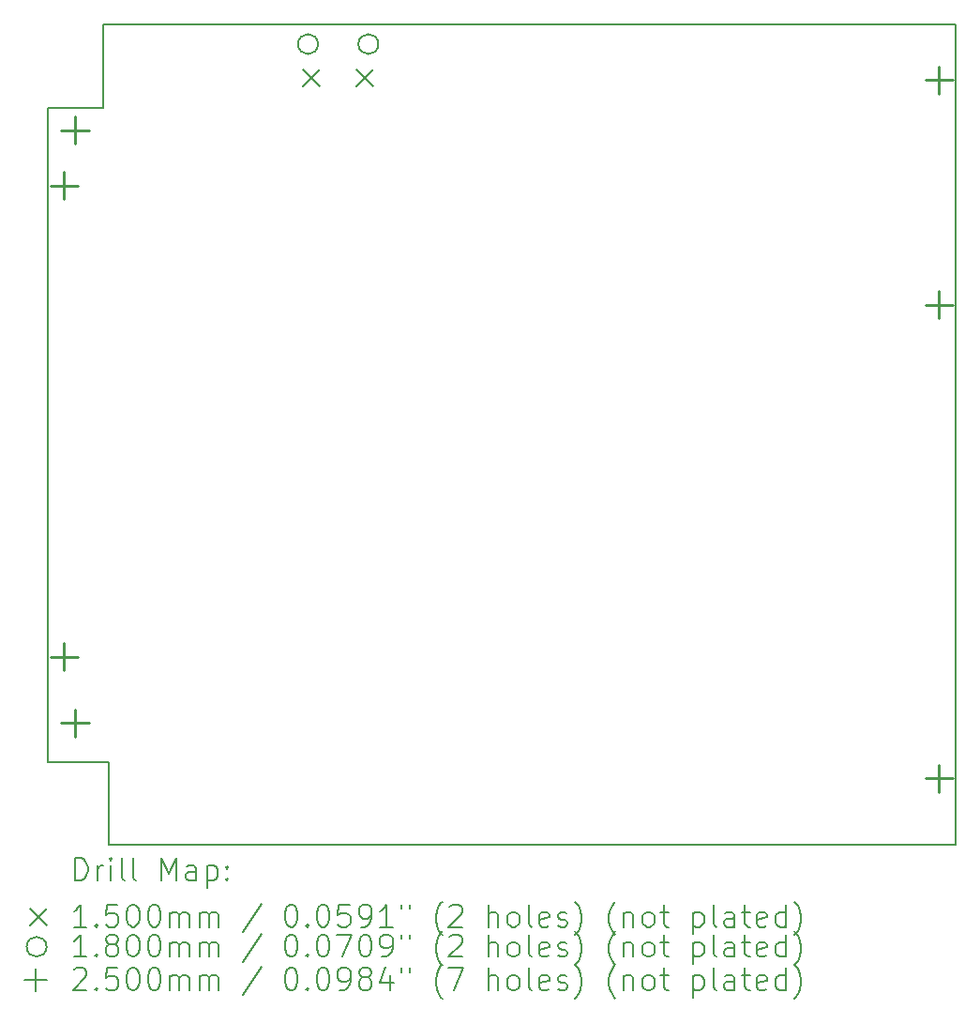
<source format=gbr>
%TF.GenerationSoftware,KiCad,Pcbnew,(6.0.7)*%
%TF.CreationDate,2023-01-31T21:08:54+00:00*%
%TF.ProjectId,dmf-5008-backpack,646d662d-3530-4303-982d-6261636b7061,rev?*%
%TF.SameCoordinates,Original*%
%TF.FileFunction,Drillmap*%
%TF.FilePolarity,Positive*%
%FSLAX45Y45*%
G04 Gerber Fmt 4.5, Leading zero omitted, Abs format (unit mm)*
G04 Created by KiCad (PCBNEW (6.0.7)) date 2023-01-31 21:08:54*
%MOMM*%
%LPD*%
G01*
G04 APERTURE LIST*
%ADD10C,0.150000*%
%ADD11C,0.200000*%
%ADD12C,0.180000*%
%ADD13C,0.250000*%
G04 APERTURE END LIST*
D10*
X10850000Y-12750000D02*
X10300000Y-12750000D01*
X18500000Y-6100000D02*
X18500000Y-13500000D01*
X10300000Y-6850000D02*
X10800000Y-6850000D01*
X10800000Y-6850000D02*
X10800000Y-6100000D01*
X10850000Y-13500000D02*
X10850000Y-12750000D01*
X10800000Y-6100000D02*
X18500000Y-6100000D01*
X18500000Y-13500000D02*
X10850000Y-13500000D01*
X10300000Y-12750000D02*
X10300000Y-6850000D01*
D11*
D10*
X12607500Y-6503000D02*
X12757500Y-6653000D01*
X12757500Y-6503000D02*
X12607500Y-6653000D01*
X13092500Y-6503000D02*
X13242500Y-6653000D01*
X13242500Y-6503000D02*
X13092500Y-6653000D01*
D12*
X12742500Y-6275000D02*
G75*
G03*
X12742500Y-6275000I-90000J0D01*
G01*
X13287500Y-6275000D02*
G75*
G03*
X13287500Y-6275000I-90000J0D01*
G01*
D13*
X10450000Y-7425000D02*
X10450000Y-7675000D01*
X10325000Y-7550000D02*
X10575000Y-7550000D01*
X10450000Y-11675000D02*
X10450000Y-11925000D01*
X10325000Y-11800000D02*
X10575000Y-11800000D01*
X10550000Y-6925000D02*
X10550000Y-7175000D01*
X10425000Y-7050000D02*
X10675000Y-7050000D01*
X10550000Y-12275000D02*
X10550000Y-12525000D01*
X10425000Y-12400000D02*
X10675000Y-12400000D01*
X18350000Y-6475000D02*
X18350000Y-6725000D01*
X18225000Y-6600000D02*
X18475000Y-6600000D01*
X18350000Y-8500000D02*
X18350000Y-8750000D01*
X18225000Y-8625000D02*
X18475000Y-8625000D01*
X18350000Y-12775000D02*
X18350000Y-13025000D01*
X18225000Y-12900000D02*
X18475000Y-12900000D01*
D11*
X10550119Y-13817976D02*
X10550119Y-13617976D01*
X10597738Y-13617976D01*
X10626310Y-13627500D01*
X10645357Y-13646548D01*
X10654881Y-13665595D01*
X10664405Y-13703690D01*
X10664405Y-13732262D01*
X10654881Y-13770357D01*
X10645357Y-13789405D01*
X10626310Y-13808452D01*
X10597738Y-13817976D01*
X10550119Y-13817976D01*
X10750119Y-13817976D02*
X10750119Y-13684643D01*
X10750119Y-13722738D02*
X10759643Y-13703690D01*
X10769167Y-13694167D01*
X10788214Y-13684643D01*
X10807262Y-13684643D01*
X10873929Y-13817976D02*
X10873929Y-13684643D01*
X10873929Y-13617976D02*
X10864405Y-13627500D01*
X10873929Y-13637024D01*
X10883452Y-13627500D01*
X10873929Y-13617976D01*
X10873929Y-13637024D01*
X10997738Y-13817976D02*
X10978690Y-13808452D01*
X10969167Y-13789405D01*
X10969167Y-13617976D01*
X11102500Y-13817976D02*
X11083452Y-13808452D01*
X11073929Y-13789405D01*
X11073929Y-13617976D01*
X11331071Y-13817976D02*
X11331071Y-13617976D01*
X11397738Y-13760833D01*
X11464405Y-13617976D01*
X11464405Y-13817976D01*
X11645357Y-13817976D02*
X11645357Y-13713214D01*
X11635833Y-13694167D01*
X11616786Y-13684643D01*
X11578690Y-13684643D01*
X11559643Y-13694167D01*
X11645357Y-13808452D02*
X11626309Y-13817976D01*
X11578690Y-13817976D01*
X11559643Y-13808452D01*
X11550119Y-13789405D01*
X11550119Y-13770357D01*
X11559643Y-13751309D01*
X11578690Y-13741786D01*
X11626309Y-13741786D01*
X11645357Y-13732262D01*
X11740595Y-13684643D02*
X11740595Y-13884643D01*
X11740595Y-13694167D02*
X11759643Y-13684643D01*
X11797738Y-13684643D01*
X11816786Y-13694167D01*
X11826309Y-13703690D01*
X11835833Y-13722738D01*
X11835833Y-13779881D01*
X11826309Y-13798928D01*
X11816786Y-13808452D01*
X11797738Y-13817976D01*
X11759643Y-13817976D01*
X11740595Y-13808452D01*
X11921548Y-13798928D02*
X11931071Y-13808452D01*
X11921548Y-13817976D01*
X11912024Y-13808452D01*
X11921548Y-13798928D01*
X11921548Y-13817976D01*
X11921548Y-13694167D02*
X11931071Y-13703690D01*
X11921548Y-13713214D01*
X11912024Y-13703690D01*
X11921548Y-13694167D01*
X11921548Y-13713214D01*
D10*
X10142500Y-14072500D02*
X10292500Y-14222500D01*
X10292500Y-14072500D02*
X10142500Y-14222500D01*
D11*
X10654881Y-14237976D02*
X10540595Y-14237976D01*
X10597738Y-14237976D02*
X10597738Y-14037976D01*
X10578690Y-14066548D01*
X10559643Y-14085595D01*
X10540595Y-14095119D01*
X10740595Y-14218928D02*
X10750119Y-14228452D01*
X10740595Y-14237976D01*
X10731071Y-14228452D01*
X10740595Y-14218928D01*
X10740595Y-14237976D01*
X10931071Y-14037976D02*
X10835833Y-14037976D01*
X10826310Y-14133214D01*
X10835833Y-14123690D01*
X10854881Y-14114167D01*
X10902500Y-14114167D01*
X10921548Y-14123690D01*
X10931071Y-14133214D01*
X10940595Y-14152262D01*
X10940595Y-14199881D01*
X10931071Y-14218928D01*
X10921548Y-14228452D01*
X10902500Y-14237976D01*
X10854881Y-14237976D01*
X10835833Y-14228452D01*
X10826310Y-14218928D01*
X11064405Y-14037976D02*
X11083452Y-14037976D01*
X11102500Y-14047500D01*
X11112024Y-14057024D01*
X11121548Y-14076071D01*
X11131071Y-14114167D01*
X11131071Y-14161786D01*
X11121548Y-14199881D01*
X11112024Y-14218928D01*
X11102500Y-14228452D01*
X11083452Y-14237976D01*
X11064405Y-14237976D01*
X11045357Y-14228452D01*
X11035833Y-14218928D01*
X11026310Y-14199881D01*
X11016786Y-14161786D01*
X11016786Y-14114167D01*
X11026310Y-14076071D01*
X11035833Y-14057024D01*
X11045357Y-14047500D01*
X11064405Y-14037976D01*
X11254881Y-14037976D02*
X11273928Y-14037976D01*
X11292976Y-14047500D01*
X11302500Y-14057024D01*
X11312024Y-14076071D01*
X11321548Y-14114167D01*
X11321548Y-14161786D01*
X11312024Y-14199881D01*
X11302500Y-14218928D01*
X11292976Y-14228452D01*
X11273928Y-14237976D01*
X11254881Y-14237976D01*
X11235833Y-14228452D01*
X11226309Y-14218928D01*
X11216786Y-14199881D01*
X11207262Y-14161786D01*
X11207262Y-14114167D01*
X11216786Y-14076071D01*
X11226309Y-14057024D01*
X11235833Y-14047500D01*
X11254881Y-14037976D01*
X11407262Y-14237976D02*
X11407262Y-14104643D01*
X11407262Y-14123690D02*
X11416786Y-14114167D01*
X11435833Y-14104643D01*
X11464405Y-14104643D01*
X11483452Y-14114167D01*
X11492976Y-14133214D01*
X11492976Y-14237976D01*
X11492976Y-14133214D02*
X11502500Y-14114167D01*
X11521548Y-14104643D01*
X11550119Y-14104643D01*
X11569167Y-14114167D01*
X11578690Y-14133214D01*
X11578690Y-14237976D01*
X11673928Y-14237976D02*
X11673928Y-14104643D01*
X11673928Y-14123690D02*
X11683452Y-14114167D01*
X11702500Y-14104643D01*
X11731071Y-14104643D01*
X11750119Y-14114167D01*
X11759643Y-14133214D01*
X11759643Y-14237976D01*
X11759643Y-14133214D02*
X11769167Y-14114167D01*
X11788214Y-14104643D01*
X11816786Y-14104643D01*
X11835833Y-14114167D01*
X11845357Y-14133214D01*
X11845357Y-14237976D01*
X12235833Y-14028452D02*
X12064405Y-14285595D01*
X12492976Y-14037976D02*
X12512024Y-14037976D01*
X12531071Y-14047500D01*
X12540595Y-14057024D01*
X12550119Y-14076071D01*
X12559643Y-14114167D01*
X12559643Y-14161786D01*
X12550119Y-14199881D01*
X12540595Y-14218928D01*
X12531071Y-14228452D01*
X12512024Y-14237976D01*
X12492976Y-14237976D01*
X12473928Y-14228452D01*
X12464405Y-14218928D01*
X12454881Y-14199881D01*
X12445357Y-14161786D01*
X12445357Y-14114167D01*
X12454881Y-14076071D01*
X12464405Y-14057024D01*
X12473928Y-14047500D01*
X12492976Y-14037976D01*
X12645357Y-14218928D02*
X12654881Y-14228452D01*
X12645357Y-14237976D01*
X12635833Y-14228452D01*
X12645357Y-14218928D01*
X12645357Y-14237976D01*
X12778690Y-14037976D02*
X12797738Y-14037976D01*
X12816786Y-14047500D01*
X12826309Y-14057024D01*
X12835833Y-14076071D01*
X12845357Y-14114167D01*
X12845357Y-14161786D01*
X12835833Y-14199881D01*
X12826309Y-14218928D01*
X12816786Y-14228452D01*
X12797738Y-14237976D01*
X12778690Y-14237976D01*
X12759643Y-14228452D01*
X12750119Y-14218928D01*
X12740595Y-14199881D01*
X12731071Y-14161786D01*
X12731071Y-14114167D01*
X12740595Y-14076071D01*
X12750119Y-14057024D01*
X12759643Y-14047500D01*
X12778690Y-14037976D01*
X13026309Y-14037976D02*
X12931071Y-14037976D01*
X12921548Y-14133214D01*
X12931071Y-14123690D01*
X12950119Y-14114167D01*
X12997738Y-14114167D01*
X13016786Y-14123690D01*
X13026309Y-14133214D01*
X13035833Y-14152262D01*
X13035833Y-14199881D01*
X13026309Y-14218928D01*
X13016786Y-14228452D01*
X12997738Y-14237976D01*
X12950119Y-14237976D01*
X12931071Y-14228452D01*
X12921548Y-14218928D01*
X13131071Y-14237976D02*
X13169167Y-14237976D01*
X13188214Y-14228452D01*
X13197738Y-14218928D01*
X13216786Y-14190357D01*
X13226309Y-14152262D01*
X13226309Y-14076071D01*
X13216786Y-14057024D01*
X13207262Y-14047500D01*
X13188214Y-14037976D01*
X13150119Y-14037976D01*
X13131071Y-14047500D01*
X13121548Y-14057024D01*
X13112024Y-14076071D01*
X13112024Y-14123690D01*
X13121548Y-14142738D01*
X13131071Y-14152262D01*
X13150119Y-14161786D01*
X13188214Y-14161786D01*
X13207262Y-14152262D01*
X13216786Y-14142738D01*
X13226309Y-14123690D01*
X13416786Y-14237976D02*
X13302500Y-14237976D01*
X13359643Y-14237976D02*
X13359643Y-14037976D01*
X13340595Y-14066548D01*
X13321548Y-14085595D01*
X13302500Y-14095119D01*
X13492976Y-14037976D02*
X13492976Y-14076071D01*
X13569167Y-14037976D02*
X13569167Y-14076071D01*
X13864405Y-14314167D02*
X13854881Y-14304643D01*
X13835833Y-14276071D01*
X13826309Y-14257024D01*
X13816786Y-14228452D01*
X13807262Y-14180833D01*
X13807262Y-14142738D01*
X13816786Y-14095119D01*
X13826309Y-14066548D01*
X13835833Y-14047500D01*
X13854881Y-14018928D01*
X13864405Y-14009405D01*
X13931071Y-14057024D02*
X13940595Y-14047500D01*
X13959643Y-14037976D01*
X14007262Y-14037976D01*
X14026309Y-14047500D01*
X14035833Y-14057024D01*
X14045357Y-14076071D01*
X14045357Y-14095119D01*
X14035833Y-14123690D01*
X13921548Y-14237976D01*
X14045357Y-14237976D01*
X14283452Y-14237976D02*
X14283452Y-14037976D01*
X14369167Y-14237976D02*
X14369167Y-14133214D01*
X14359643Y-14114167D01*
X14340595Y-14104643D01*
X14312024Y-14104643D01*
X14292976Y-14114167D01*
X14283452Y-14123690D01*
X14492976Y-14237976D02*
X14473928Y-14228452D01*
X14464405Y-14218928D01*
X14454881Y-14199881D01*
X14454881Y-14142738D01*
X14464405Y-14123690D01*
X14473928Y-14114167D01*
X14492976Y-14104643D01*
X14521548Y-14104643D01*
X14540595Y-14114167D01*
X14550119Y-14123690D01*
X14559643Y-14142738D01*
X14559643Y-14199881D01*
X14550119Y-14218928D01*
X14540595Y-14228452D01*
X14521548Y-14237976D01*
X14492976Y-14237976D01*
X14673928Y-14237976D02*
X14654881Y-14228452D01*
X14645357Y-14209405D01*
X14645357Y-14037976D01*
X14826309Y-14228452D02*
X14807262Y-14237976D01*
X14769167Y-14237976D01*
X14750119Y-14228452D01*
X14740595Y-14209405D01*
X14740595Y-14133214D01*
X14750119Y-14114167D01*
X14769167Y-14104643D01*
X14807262Y-14104643D01*
X14826309Y-14114167D01*
X14835833Y-14133214D01*
X14835833Y-14152262D01*
X14740595Y-14171309D01*
X14912024Y-14228452D02*
X14931071Y-14237976D01*
X14969167Y-14237976D01*
X14988214Y-14228452D01*
X14997738Y-14209405D01*
X14997738Y-14199881D01*
X14988214Y-14180833D01*
X14969167Y-14171309D01*
X14940595Y-14171309D01*
X14921548Y-14161786D01*
X14912024Y-14142738D01*
X14912024Y-14133214D01*
X14921548Y-14114167D01*
X14940595Y-14104643D01*
X14969167Y-14104643D01*
X14988214Y-14114167D01*
X15064405Y-14314167D02*
X15073928Y-14304643D01*
X15092976Y-14276071D01*
X15102500Y-14257024D01*
X15112024Y-14228452D01*
X15121548Y-14180833D01*
X15121548Y-14142738D01*
X15112024Y-14095119D01*
X15102500Y-14066548D01*
X15092976Y-14047500D01*
X15073928Y-14018928D01*
X15064405Y-14009405D01*
X15426309Y-14314167D02*
X15416786Y-14304643D01*
X15397738Y-14276071D01*
X15388214Y-14257024D01*
X15378690Y-14228452D01*
X15369167Y-14180833D01*
X15369167Y-14142738D01*
X15378690Y-14095119D01*
X15388214Y-14066548D01*
X15397738Y-14047500D01*
X15416786Y-14018928D01*
X15426309Y-14009405D01*
X15502500Y-14104643D02*
X15502500Y-14237976D01*
X15502500Y-14123690D02*
X15512024Y-14114167D01*
X15531071Y-14104643D01*
X15559643Y-14104643D01*
X15578690Y-14114167D01*
X15588214Y-14133214D01*
X15588214Y-14237976D01*
X15712024Y-14237976D02*
X15692976Y-14228452D01*
X15683452Y-14218928D01*
X15673928Y-14199881D01*
X15673928Y-14142738D01*
X15683452Y-14123690D01*
X15692976Y-14114167D01*
X15712024Y-14104643D01*
X15740595Y-14104643D01*
X15759643Y-14114167D01*
X15769167Y-14123690D01*
X15778690Y-14142738D01*
X15778690Y-14199881D01*
X15769167Y-14218928D01*
X15759643Y-14228452D01*
X15740595Y-14237976D01*
X15712024Y-14237976D01*
X15835833Y-14104643D02*
X15912024Y-14104643D01*
X15864405Y-14037976D02*
X15864405Y-14209405D01*
X15873928Y-14228452D01*
X15892976Y-14237976D01*
X15912024Y-14237976D01*
X16131071Y-14104643D02*
X16131071Y-14304643D01*
X16131071Y-14114167D02*
X16150119Y-14104643D01*
X16188214Y-14104643D01*
X16207262Y-14114167D01*
X16216786Y-14123690D01*
X16226309Y-14142738D01*
X16226309Y-14199881D01*
X16216786Y-14218928D01*
X16207262Y-14228452D01*
X16188214Y-14237976D01*
X16150119Y-14237976D01*
X16131071Y-14228452D01*
X16340595Y-14237976D02*
X16321548Y-14228452D01*
X16312024Y-14209405D01*
X16312024Y-14037976D01*
X16502500Y-14237976D02*
X16502500Y-14133214D01*
X16492976Y-14114167D01*
X16473928Y-14104643D01*
X16435833Y-14104643D01*
X16416786Y-14114167D01*
X16502500Y-14228452D02*
X16483452Y-14237976D01*
X16435833Y-14237976D01*
X16416786Y-14228452D01*
X16407262Y-14209405D01*
X16407262Y-14190357D01*
X16416786Y-14171309D01*
X16435833Y-14161786D01*
X16483452Y-14161786D01*
X16502500Y-14152262D01*
X16569167Y-14104643D02*
X16645357Y-14104643D01*
X16597738Y-14037976D02*
X16597738Y-14209405D01*
X16607262Y-14228452D01*
X16626309Y-14237976D01*
X16645357Y-14237976D01*
X16788214Y-14228452D02*
X16769167Y-14237976D01*
X16731071Y-14237976D01*
X16712024Y-14228452D01*
X16702500Y-14209405D01*
X16702500Y-14133214D01*
X16712024Y-14114167D01*
X16731071Y-14104643D01*
X16769167Y-14104643D01*
X16788214Y-14114167D01*
X16797738Y-14133214D01*
X16797738Y-14152262D01*
X16702500Y-14171309D01*
X16969167Y-14237976D02*
X16969167Y-14037976D01*
X16969167Y-14228452D02*
X16950119Y-14237976D01*
X16912024Y-14237976D01*
X16892976Y-14228452D01*
X16883452Y-14218928D01*
X16873929Y-14199881D01*
X16873929Y-14142738D01*
X16883452Y-14123690D01*
X16892976Y-14114167D01*
X16912024Y-14104643D01*
X16950119Y-14104643D01*
X16969167Y-14114167D01*
X17045357Y-14314167D02*
X17054881Y-14304643D01*
X17073929Y-14276071D01*
X17083452Y-14257024D01*
X17092976Y-14228452D01*
X17102500Y-14180833D01*
X17102500Y-14142738D01*
X17092976Y-14095119D01*
X17083452Y-14066548D01*
X17073929Y-14047500D01*
X17054881Y-14018928D01*
X17045357Y-14009405D01*
D12*
X10292500Y-14417500D02*
G75*
G03*
X10292500Y-14417500I-90000J0D01*
G01*
D11*
X10654881Y-14507976D02*
X10540595Y-14507976D01*
X10597738Y-14507976D02*
X10597738Y-14307976D01*
X10578690Y-14336548D01*
X10559643Y-14355595D01*
X10540595Y-14365119D01*
X10740595Y-14488928D02*
X10750119Y-14498452D01*
X10740595Y-14507976D01*
X10731071Y-14498452D01*
X10740595Y-14488928D01*
X10740595Y-14507976D01*
X10864405Y-14393690D02*
X10845357Y-14384167D01*
X10835833Y-14374643D01*
X10826310Y-14355595D01*
X10826310Y-14346071D01*
X10835833Y-14327024D01*
X10845357Y-14317500D01*
X10864405Y-14307976D01*
X10902500Y-14307976D01*
X10921548Y-14317500D01*
X10931071Y-14327024D01*
X10940595Y-14346071D01*
X10940595Y-14355595D01*
X10931071Y-14374643D01*
X10921548Y-14384167D01*
X10902500Y-14393690D01*
X10864405Y-14393690D01*
X10845357Y-14403214D01*
X10835833Y-14412738D01*
X10826310Y-14431786D01*
X10826310Y-14469881D01*
X10835833Y-14488928D01*
X10845357Y-14498452D01*
X10864405Y-14507976D01*
X10902500Y-14507976D01*
X10921548Y-14498452D01*
X10931071Y-14488928D01*
X10940595Y-14469881D01*
X10940595Y-14431786D01*
X10931071Y-14412738D01*
X10921548Y-14403214D01*
X10902500Y-14393690D01*
X11064405Y-14307976D02*
X11083452Y-14307976D01*
X11102500Y-14317500D01*
X11112024Y-14327024D01*
X11121548Y-14346071D01*
X11131071Y-14384167D01*
X11131071Y-14431786D01*
X11121548Y-14469881D01*
X11112024Y-14488928D01*
X11102500Y-14498452D01*
X11083452Y-14507976D01*
X11064405Y-14507976D01*
X11045357Y-14498452D01*
X11035833Y-14488928D01*
X11026310Y-14469881D01*
X11016786Y-14431786D01*
X11016786Y-14384167D01*
X11026310Y-14346071D01*
X11035833Y-14327024D01*
X11045357Y-14317500D01*
X11064405Y-14307976D01*
X11254881Y-14307976D02*
X11273928Y-14307976D01*
X11292976Y-14317500D01*
X11302500Y-14327024D01*
X11312024Y-14346071D01*
X11321548Y-14384167D01*
X11321548Y-14431786D01*
X11312024Y-14469881D01*
X11302500Y-14488928D01*
X11292976Y-14498452D01*
X11273928Y-14507976D01*
X11254881Y-14507976D01*
X11235833Y-14498452D01*
X11226309Y-14488928D01*
X11216786Y-14469881D01*
X11207262Y-14431786D01*
X11207262Y-14384167D01*
X11216786Y-14346071D01*
X11226309Y-14327024D01*
X11235833Y-14317500D01*
X11254881Y-14307976D01*
X11407262Y-14507976D02*
X11407262Y-14374643D01*
X11407262Y-14393690D02*
X11416786Y-14384167D01*
X11435833Y-14374643D01*
X11464405Y-14374643D01*
X11483452Y-14384167D01*
X11492976Y-14403214D01*
X11492976Y-14507976D01*
X11492976Y-14403214D02*
X11502500Y-14384167D01*
X11521548Y-14374643D01*
X11550119Y-14374643D01*
X11569167Y-14384167D01*
X11578690Y-14403214D01*
X11578690Y-14507976D01*
X11673928Y-14507976D02*
X11673928Y-14374643D01*
X11673928Y-14393690D02*
X11683452Y-14384167D01*
X11702500Y-14374643D01*
X11731071Y-14374643D01*
X11750119Y-14384167D01*
X11759643Y-14403214D01*
X11759643Y-14507976D01*
X11759643Y-14403214D02*
X11769167Y-14384167D01*
X11788214Y-14374643D01*
X11816786Y-14374643D01*
X11835833Y-14384167D01*
X11845357Y-14403214D01*
X11845357Y-14507976D01*
X12235833Y-14298452D02*
X12064405Y-14555595D01*
X12492976Y-14307976D02*
X12512024Y-14307976D01*
X12531071Y-14317500D01*
X12540595Y-14327024D01*
X12550119Y-14346071D01*
X12559643Y-14384167D01*
X12559643Y-14431786D01*
X12550119Y-14469881D01*
X12540595Y-14488928D01*
X12531071Y-14498452D01*
X12512024Y-14507976D01*
X12492976Y-14507976D01*
X12473928Y-14498452D01*
X12464405Y-14488928D01*
X12454881Y-14469881D01*
X12445357Y-14431786D01*
X12445357Y-14384167D01*
X12454881Y-14346071D01*
X12464405Y-14327024D01*
X12473928Y-14317500D01*
X12492976Y-14307976D01*
X12645357Y-14488928D02*
X12654881Y-14498452D01*
X12645357Y-14507976D01*
X12635833Y-14498452D01*
X12645357Y-14488928D01*
X12645357Y-14507976D01*
X12778690Y-14307976D02*
X12797738Y-14307976D01*
X12816786Y-14317500D01*
X12826309Y-14327024D01*
X12835833Y-14346071D01*
X12845357Y-14384167D01*
X12845357Y-14431786D01*
X12835833Y-14469881D01*
X12826309Y-14488928D01*
X12816786Y-14498452D01*
X12797738Y-14507976D01*
X12778690Y-14507976D01*
X12759643Y-14498452D01*
X12750119Y-14488928D01*
X12740595Y-14469881D01*
X12731071Y-14431786D01*
X12731071Y-14384167D01*
X12740595Y-14346071D01*
X12750119Y-14327024D01*
X12759643Y-14317500D01*
X12778690Y-14307976D01*
X12912024Y-14307976D02*
X13045357Y-14307976D01*
X12959643Y-14507976D01*
X13159643Y-14307976D02*
X13178690Y-14307976D01*
X13197738Y-14317500D01*
X13207262Y-14327024D01*
X13216786Y-14346071D01*
X13226309Y-14384167D01*
X13226309Y-14431786D01*
X13216786Y-14469881D01*
X13207262Y-14488928D01*
X13197738Y-14498452D01*
X13178690Y-14507976D01*
X13159643Y-14507976D01*
X13140595Y-14498452D01*
X13131071Y-14488928D01*
X13121548Y-14469881D01*
X13112024Y-14431786D01*
X13112024Y-14384167D01*
X13121548Y-14346071D01*
X13131071Y-14327024D01*
X13140595Y-14317500D01*
X13159643Y-14307976D01*
X13321548Y-14507976D02*
X13359643Y-14507976D01*
X13378690Y-14498452D01*
X13388214Y-14488928D01*
X13407262Y-14460357D01*
X13416786Y-14422262D01*
X13416786Y-14346071D01*
X13407262Y-14327024D01*
X13397738Y-14317500D01*
X13378690Y-14307976D01*
X13340595Y-14307976D01*
X13321548Y-14317500D01*
X13312024Y-14327024D01*
X13302500Y-14346071D01*
X13302500Y-14393690D01*
X13312024Y-14412738D01*
X13321548Y-14422262D01*
X13340595Y-14431786D01*
X13378690Y-14431786D01*
X13397738Y-14422262D01*
X13407262Y-14412738D01*
X13416786Y-14393690D01*
X13492976Y-14307976D02*
X13492976Y-14346071D01*
X13569167Y-14307976D02*
X13569167Y-14346071D01*
X13864405Y-14584167D02*
X13854881Y-14574643D01*
X13835833Y-14546071D01*
X13826309Y-14527024D01*
X13816786Y-14498452D01*
X13807262Y-14450833D01*
X13807262Y-14412738D01*
X13816786Y-14365119D01*
X13826309Y-14336548D01*
X13835833Y-14317500D01*
X13854881Y-14288928D01*
X13864405Y-14279405D01*
X13931071Y-14327024D02*
X13940595Y-14317500D01*
X13959643Y-14307976D01*
X14007262Y-14307976D01*
X14026309Y-14317500D01*
X14035833Y-14327024D01*
X14045357Y-14346071D01*
X14045357Y-14365119D01*
X14035833Y-14393690D01*
X13921548Y-14507976D01*
X14045357Y-14507976D01*
X14283452Y-14507976D02*
X14283452Y-14307976D01*
X14369167Y-14507976D02*
X14369167Y-14403214D01*
X14359643Y-14384167D01*
X14340595Y-14374643D01*
X14312024Y-14374643D01*
X14292976Y-14384167D01*
X14283452Y-14393690D01*
X14492976Y-14507976D02*
X14473928Y-14498452D01*
X14464405Y-14488928D01*
X14454881Y-14469881D01*
X14454881Y-14412738D01*
X14464405Y-14393690D01*
X14473928Y-14384167D01*
X14492976Y-14374643D01*
X14521548Y-14374643D01*
X14540595Y-14384167D01*
X14550119Y-14393690D01*
X14559643Y-14412738D01*
X14559643Y-14469881D01*
X14550119Y-14488928D01*
X14540595Y-14498452D01*
X14521548Y-14507976D01*
X14492976Y-14507976D01*
X14673928Y-14507976D02*
X14654881Y-14498452D01*
X14645357Y-14479405D01*
X14645357Y-14307976D01*
X14826309Y-14498452D02*
X14807262Y-14507976D01*
X14769167Y-14507976D01*
X14750119Y-14498452D01*
X14740595Y-14479405D01*
X14740595Y-14403214D01*
X14750119Y-14384167D01*
X14769167Y-14374643D01*
X14807262Y-14374643D01*
X14826309Y-14384167D01*
X14835833Y-14403214D01*
X14835833Y-14422262D01*
X14740595Y-14441309D01*
X14912024Y-14498452D02*
X14931071Y-14507976D01*
X14969167Y-14507976D01*
X14988214Y-14498452D01*
X14997738Y-14479405D01*
X14997738Y-14469881D01*
X14988214Y-14450833D01*
X14969167Y-14441309D01*
X14940595Y-14441309D01*
X14921548Y-14431786D01*
X14912024Y-14412738D01*
X14912024Y-14403214D01*
X14921548Y-14384167D01*
X14940595Y-14374643D01*
X14969167Y-14374643D01*
X14988214Y-14384167D01*
X15064405Y-14584167D02*
X15073928Y-14574643D01*
X15092976Y-14546071D01*
X15102500Y-14527024D01*
X15112024Y-14498452D01*
X15121548Y-14450833D01*
X15121548Y-14412738D01*
X15112024Y-14365119D01*
X15102500Y-14336548D01*
X15092976Y-14317500D01*
X15073928Y-14288928D01*
X15064405Y-14279405D01*
X15426309Y-14584167D02*
X15416786Y-14574643D01*
X15397738Y-14546071D01*
X15388214Y-14527024D01*
X15378690Y-14498452D01*
X15369167Y-14450833D01*
X15369167Y-14412738D01*
X15378690Y-14365119D01*
X15388214Y-14336548D01*
X15397738Y-14317500D01*
X15416786Y-14288928D01*
X15426309Y-14279405D01*
X15502500Y-14374643D02*
X15502500Y-14507976D01*
X15502500Y-14393690D02*
X15512024Y-14384167D01*
X15531071Y-14374643D01*
X15559643Y-14374643D01*
X15578690Y-14384167D01*
X15588214Y-14403214D01*
X15588214Y-14507976D01*
X15712024Y-14507976D02*
X15692976Y-14498452D01*
X15683452Y-14488928D01*
X15673928Y-14469881D01*
X15673928Y-14412738D01*
X15683452Y-14393690D01*
X15692976Y-14384167D01*
X15712024Y-14374643D01*
X15740595Y-14374643D01*
X15759643Y-14384167D01*
X15769167Y-14393690D01*
X15778690Y-14412738D01*
X15778690Y-14469881D01*
X15769167Y-14488928D01*
X15759643Y-14498452D01*
X15740595Y-14507976D01*
X15712024Y-14507976D01*
X15835833Y-14374643D02*
X15912024Y-14374643D01*
X15864405Y-14307976D02*
X15864405Y-14479405D01*
X15873928Y-14498452D01*
X15892976Y-14507976D01*
X15912024Y-14507976D01*
X16131071Y-14374643D02*
X16131071Y-14574643D01*
X16131071Y-14384167D02*
X16150119Y-14374643D01*
X16188214Y-14374643D01*
X16207262Y-14384167D01*
X16216786Y-14393690D01*
X16226309Y-14412738D01*
X16226309Y-14469881D01*
X16216786Y-14488928D01*
X16207262Y-14498452D01*
X16188214Y-14507976D01*
X16150119Y-14507976D01*
X16131071Y-14498452D01*
X16340595Y-14507976D02*
X16321548Y-14498452D01*
X16312024Y-14479405D01*
X16312024Y-14307976D01*
X16502500Y-14507976D02*
X16502500Y-14403214D01*
X16492976Y-14384167D01*
X16473928Y-14374643D01*
X16435833Y-14374643D01*
X16416786Y-14384167D01*
X16502500Y-14498452D02*
X16483452Y-14507976D01*
X16435833Y-14507976D01*
X16416786Y-14498452D01*
X16407262Y-14479405D01*
X16407262Y-14460357D01*
X16416786Y-14441309D01*
X16435833Y-14431786D01*
X16483452Y-14431786D01*
X16502500Y-14422262D01*
X16569167Y-14374643D02*
X16645357Y-14374643D01*
X16597738Y-14307976D02*
X16597738Y-14479405D01*
X16607262Y-14498452D01*
X16626309Y-14507976D01*
X16645357Y-14507976D01*
X16788214Y-14498452D02*
X16769167Y-14507976D01*
X16731071Y-14507976D01*
X16712024Y-14498452D01*
X16702500Y-14479405D01*
X16702500Y-14403214D01*
X16712024Y-14384167D01*
X16731071Y-14374643D01*
X16769167Y-14374643D01*
X16788214Y-14384167D01*
X16797738Y-14403214D01*
X16797738Y-14422262D01*
X16702500Y-14441309D01*
X16969167Y-14507976D02*
X16969167Y-14307976D01*
X16969167Y-14498452D02*
X16950119Y-14507976D01*
X16912024Y-14507976D01*
X16892976Y-14498452D01*
X16883452Y-14488928D01*
X16873929Y-14469881D01*
X16873929Y-14412738D01*
X16883452Y-14393690D01*
X16892976Y-14384167D01*
X16912024Y-14374643D01*
X16950119Y-14374643D01*
X16969167Y-14384167D01*
X17045357Y-14584167D02*
X17054881Y-14574643D01*
X17073929Y-14546071D01*
X17083452Y-14527024D01*
X17092976Y-14498452D01*
X17102500Y-14450833D01*
X17102500Y-14412738D01*
X17092976Y-14365119D01*
X17083452Y-14336548D01*
X17073929Y-14317500D01*
X17054881Y-14288928D01*
X17045357Y-14279405D01*
X10192500Y-14617500D02*
X10192500Y-14817500D01*
X10092500Y-14717500D02*
X10292500Y-14717500D01*
X10540595Y-14627024D02*
X10550119Y-14617500D01*
X10569167Y-14607976D01*
X10616786Y-14607976D01*
X10635833Y-14617500D01*
X10645357Y-14627024D01*
X10654881Y-14646071D01*
X10654881Y-14665119D01*
X10645357Y-14693690D01*
X10531071Y-14807976D01*
X10654881Y-14807976D01*
X10740595Y-14788928D02*
X10750119Y-14798452D01*
X10740595Y-14807976D01*
X10731071Y-14798452D01*
X10740595Y-14788928D01*
X10740595Y-14807976D01*
X10931071Y-14607976D02*
X10835833Y-14607976D01*
X10826310Y-14703214D01*
X10835833Y-14693690D01*
X10854881Y-14684167D01*
X10902500Y-14684167D01*
X10921548Y-14693690D01*
X10931071Y-14703214D01*
X10940595Y-14722262D01*
X10940595Y-14769881D01*
X10931071Y-14788928D01*
X10921548Y-14798452D01*
X10902500Y-14807976D01*
X10854881Y-14807976D01*
X10835833Y-14798452D01*
X10826310Y-14788928D01*
X11064405Y-14607976D02*
X11083452Y-14607976D01*
X11102500Y-14617500D01*
X11112024Y-14627024D01*
X11121548Y-14646071D01*
X11131071Y-14684167D01*
X11131071Y-14731786D01*
X11121548Y-14769881D01*
X11112024Y-14788928D01*
X11102500Y-14798452D01*
X11083452Y-14807976D01*
X11064405Y-14807976D01*
X11045357Y-14798452D01*
X11035833Y-14788928D01*
X11026310Y-14769881D01*
X11016786Y-14731786D01*
X11016786Y-14684167D01*
X11026310Y-14646071D01*
X11035833Y-14627024D01*
X11045357Y-14617500D01*
X11064405Y-14607976D01*
X11254881Y-14607976D02*
X11273928Y-14607976D01*
X11292976Y-14617500D01*
X11302500Y-14627024D01*
X11312024Y-14646071D01*
X11321548Y-14684167D01*
X11321548Y-14731786D01*
X11312024Y-14769881D01*
X11302500Y-14788928D01*
X11292976Y-14798452D01*
X11273928Y-14807976D01*
X11254881Y-14807976D01*
X11235833Y-14798452D01*
X11226309Y-14788928D01*
X11216786Y-14769881D01*
X11207262Y-14731786D01*
X11207262Y-14684167D01*
X11216786Y-14646071D01*
X11226309Y-14627024D01*
X11235833Y-14617500D01*
X11254881Y-14607976D01*
X11407262Y-14807976D02*
X11407262Y-14674643D01*
X11407262Y-14693690D02*
X11416786Y-14684167D01*
X11435833Y-14674643D01*
X11464405Y-14674643D01*
X11483452Y-14684167D01*
X11492976Y-14703214D01*
X11492976Y-14807976D01*
X11492976Y-14703214D02*
X11502500Y-14684167D01*
X11521548Y-14674643D01*
X11550119Y-14674643D01*
X11569167Y-14684167D01*
X11578690Y-14703214D01*
X11578690Y-14807976D01*
X11673928Y-14807976D02*
X11673928Y-14674643D01*
X11673928Y-14693690D02*
X11683452Y-14684167D01*
X11702500Y-14674643D01*
X11731071Y-14674643D01*
X11750119Y-14684167D01*
X11759643Y-14703214D01*
X11759643Y-14807976D01*
X11759643Y-14703214D02*
X11769167Y-14684167D01*
X11788214Y-14674643D01*
X11816786Y-14674643D01*
X11835833Y-14684167D01*
X11845357Y-14703214D01*
X11845357Y-14807976D01*
X12235833Y-14598452D02*
X12064405Y-14855595D01*
X12492976Y-14607976D02*
X12512024Y-14607976D01*
X12531071Y-14617500D01*
X12540595Y-14627024D01*
X12550119Y-14646071D01*
X12559643Y-14684167D01*
X12559643Y-14731786D01*
X12550119Y-14769881D01*
X12540595Y-14788928D01*
X12531071Y-14798452D01*
X12512024Y-14807976D01*
X12492976Y-14807976D01*
X12473928Y-14798452D01*
X12464405Y-14788928D01*
X12454881Y-14769881D01*
X12445357Y-14731786D01*
X12445357Y-14684167D01*
X12454881Y-14646071D01*
X12464405Y-14627024D01*
X12473928Y-14617500D01*
X12492976Y-14607976D01*
X12645357Y-14788928D02*
X12654881Y-14798452D01*
X12645357Y-14807976D01*
X12635833Y-14798452D01*
X12645357Y-14788928D01*
X12645357Y-14807976D01*
X12778690Y-14607976D02*
X12797738Y-14607976D01*
X12816786Y-14617500D01*
X12826309Y-14627024D01*
X12835833Y-14646071D01*
X12845357Y-14684167D01*
X12845357Y-14731786D01*
X12835833Y-14769881D01*
X12826309Y-14788928D01*
X12816786Y-14798452D01*
X12797738Y-14807976D01*
X12778690Y-14807976D01*
X12759643Y-14798452D01*
X12750119Y-14788928D01*
X12740595Y-14769881D01*
X12731071Y-14731786D01*
X12731071Y-14684167D01*
X12740595Y-14646071D01*
X12750119Y-14627024D01*
X12759643Y-14617500D01*
X12778690Y-14607976D01*
X12940595Y-14807976D02*
X12978690Y-14807976D01*
X12997738Y-14798452D01*
X13007262Y-14788928D01*
X13026309Y-14760357D01*
X13035833Y-14722262D01*
X13035833Y-14646071D01*
X13026309Y-14627024D01*
X13016786Y-14617500D01*
X12997738Y-14607976D01*
X12959643Y-14607976D01*
X12940595Y-14617500D01*
X12931071Y-14627024D01*
X12921548Y-14646071D01*
X12921548Y-14693690D01*
X12931071Y-14712738D01*
X12940595Y-14722262D01*
X12959643Y-14731786D01*
X12997738Y-14731786D01*
X13016786Y-14722262D01*
X13026309Y-14712738D01*
X13035833Y-14693690D01*
X13150119Y-14693690D02*
X13131071Y-14684167D01*
X13121548Y-14674643D01*
X13112024Y-14655595D01*
X13112024Y-14646071D01*
X13121548Y-14627024D01*
X13131071Y-14617500D01*
X13150119Y-14607976D01*
X13188214Y-14607976D01*
X13207262Y-14617500D01*
X13216786Y-14627024D01*
X13226309Y-14646071D01*
X13226309Y-14655595D01*
X13216786Y-14674643D01*
X13207262Y-14684167D01*
X13188214Y-14693690D01*
X13150119Y-14693690D01*
X13131071Y-14703214D01*
X13121548Y-14712738D01*
X13112024Y-14731786D01*
X13112024Y-14769881D01*
X13121548Y-14788928D01*
X13131071Y-14798452D01*
X13150119Y-14807976D01*
X13188214Y-14807976D01*
X13207262Y-14798452D01*
X13216786Y-14788928D01*
X13226309Y-14769881D01*
X13226309Y-14731786D01*
X13216786Y-14712738D01*
X13207262Y-14703214D01*
X13188214Y-14693690D01*
X13397738Y-14674643D02*
X13397738Y-14807976D01*
X13350119Y-14598452D02*
X13302500Y-14741309D01*
X13426309Y-14741309D01*
X13492976Y-14607976D02*
X13492976Y-14646071D01*
X13569167Y-14607976D02*
X13569167Y-14646071D01*
X13864405Y-14884167D02*
X13854881Y-14874643D01*
X13835833Y-14846071D01*
X13826309Y-14827024D01*
X13816786Y-14798452D01*
X13807262Y-14750833D01*
X13807262Y-14712738D01*
X13816786Y-14665119D01*
X13826309Y-14636548D01*
X13835833Y-14617500D01*
X13854881Y-14588928D01*
X13864405Y-14579405D01*
X13921548Y-14607976D02*
X14054881Y-14607976D01*
X13969167Y-14807976D01*
X14283452Y-14807976D02*
X14283452Y-14607976D01*
X14369167Y-14807976D02*
X14369167Y-14703214D01*
X14359643Y-14684167D01*
X14340595Y-14674643D01*
X14312024Y-14674643D01*
X14292976Y-14684167D01*
X14283452Y-14693690D01*
X14492976Y-14807976D02*
X14473928Y-14798452D01*
X14464405Y-14788928D01*
X14454881Y-14769881D01*
X14454881Y-14712738D01*
X14464405Y-14693690D01*
X14473928Y-14684167D01*
X14492976Y-14674643D01*
X14521548Y-14674643D01*
X14540595Y-14684167D01*
X14550119Y-14693690D01*
X14559643Y-14712738D01*
X14559643Y-14769881D01*
X14550119Y-14788928D01*
X14540595Y-14798452D01*
X14521548Y-14807976D01*
X14492976Y-14807976D01*
X14673928Y-14807976D02*
X14654881Y-14798452D01*
X14645357Y-14779405D01*
X14645357Y-14607976D01*
X14826309Y-14798452D02*
X14807262Y-14807976D01*
X14769167Y-14807976D01*
X14750119Y-14798452D01*
X14740595Y-14779405D01*
X14740595Y-14703214D01*
X14750119Y-14684167D01*
X14769167Y-14674643D01*
X14807262Y-14674643D01*
X14826309Y-14684167D01*
X14835833Y-14703214D01*
X14835833Y-14722262D01*
X14740595Y-14741309D01*
X14912024Y-14798452D02*
X14931071Y-14807976D01*
X14969167Y-14807976D01*
X14988214Y-14798452D01*
X14997738Y-14779405D01*
X14997738Y-14769881D01*
X14988214Y-14750833D01*
X14969167Y-14741309D01*
X14940595Y-14741309D01*
X14921548Y-14731786D01*
X14912024Y-14712738D01*
X14912024Y-14703214D01*
X14921548Y-14684167D01*
X14940595Y-14674643D01*
X14969167Y-14674643D01*
X14988214Y-14684167D01*
X15064405Y-14884167D02*
X15073928Y-14874643D01*
X15092976Y-14846071D01*
X15102500Y-14827024D01*
X15112024Y-14798452D01*
X15121548Y-14750833D01*
X15121548Y-14712738D01*
X15112024Y-14665119D01*
X15102500Y-14636548D01*
X15092976Y-14617500D01*
X15073928Y-14588928D01*
X15064405Y-14579405D01*
X15426309Y-14884167D02*
X15416786Y-14874643D01*
X15397738Y-14846071D01*
X15388214Y-14827024D01*
X15378690Y-14798452D01*
X15369167Y-14750833D01*
X15369167Y-14712738D01*
X15378690Y-14665119D01*
X15388214Y-14636548D01*
X15397738Y-14617500D01*
X15416786Y-14588928D01*
X15426309Y-14579405D01*
X15502500Y-14674643D02*
X15502500Y-14807976D01*
X15502500Y-14693690D02*
X15512024Y-14684167D01*
X15531071Y-14674643D01*
X15559643Y-14674643D01*
X15578690Y-14684167D01*
X15588214Y-14703214D01*
X15588214Y-14807976D01*
X15712024Y-14807976D02*
X15692976Y-14798452D01*
X15683452Y-14788928D01*
X15673928Y-14769881D01*
X15673928Y-14712738D01*
X15683452Y-14693690D01*
X15692976Y-14684167D01*
X15712024Y-14674643D01*
X15740595Y-14674643D01*
X15759643Y-14684167D01*
X15769167Y-14693690D01*
X15778690Y-14712738D01*
X15778690Y-14769881D01*
X15769167Y-14788928D01*
X15759643Y-14798452D01*
X15740595Y-14807976D01*
X15712024Y-14807976D01*
X15835833Y-14674643D02*
X15912024Y-14674643D01*
X15864405Y-14607976D02*
X15864405Y-14779405D01*
X15873928Y-14798452D01*
X15892976Y-14807976D01*
X15912024Y-14807976D01*
X16131071Y-14674643D02*
X16131071Y-14874643D01*
X16131071Y-14684167D02*
X16150119Y-14674643D01*
X16188214Y-14674643D01*
X16207262Y-14684167D01*
X16216786Y-14693690D01*
X16226309Y-14712738D01*
X16226309Y-14769881D01*
X16216786Y-14788928D01*
X16207262Y-14798452D01*
X16188214Y-14807976D01*
X16150119Y-14807976D01*
X16131071Y-14798452D01*
X16340595Y-14807976D02*
X16321548Y-14798452D01*
X16312024Y-14779405D01*
X16312024Y-14607976D01*
X16502500Y-14807976D02*
X16502500Y-14703214D01*
X16492976Y-14684167D01*
X16473928Y-14674643D01*
X16435833Y-14674643D01*
X16416786Y-14684167D01*
X16502500Y-14798452D02*
X16483452Y-14807976D01*
X16435833Y-14807976D01*
X16416786Y-14798452D01*
X16407262Y-14779405D01*
X16407262Y-14760357D01*
X16416786Y-14741309D01*
X16435833Y-14731786D01*
X16483452Y-14731786D01*
X16502500Y-14722262D01*
X16569167Y-14674643D02*
X16645357Y-14674643D01*
X16597738Y-14607976D02*
X16597738Y-14779405D01*
X16607262Y-14798452D01*
X16626309Y-14807976D01*
X16645357Y-14807976D01*
X16788214Y-14798452D02*
X16769167Y-14807976D01*
X16731071Y-14807976D01*
X16712024Y-14798452D01*
X16702500Y-14779405D01*
X16702500Y-14703214D01*
X16712024Y-14684167D01*
X16731071Y-14674643D01*
X16769167Y-14674643D01*
X16788214Y-14684167D01*
X16797738Y-14703214D01*
X16797738Y-14722262D01*
X16702500Y-14741309D01*
X16969167Y-14807976D02*
X16969167Y-14607976D01*
X16969167Y-14798452D02*
X16950119Y-14807976D01*
X16912024Y-14807976D01*
X16892976Y-14798452D01*
X16883452Y-14788928D01*
X16873929Y-14769881D01*
X16873929Y-14712738D01*
X16883452Y-14693690D01*
X16892976Y-14684167D01*
X16912024Y-14674643D01*
X16950119Y-14674643D01*
X16969167Y-14684167D01*
X17045357Y-14884167D02*
X17054881Y-14874643D01*
X17073929Y-14846071D01*
X17083452Y-14827024D01*
X17092976Y-14798452D01*
X17102500Y-14750833D01*
X17102500Y-14712738D01*
X17092976Y-14665119D01*
X17083452Y-14636548D01*
X17073929Y-14617500D01*
X17054881Y-14588928D01*
X17045357Y-14579405D01*
M02*

</source>
